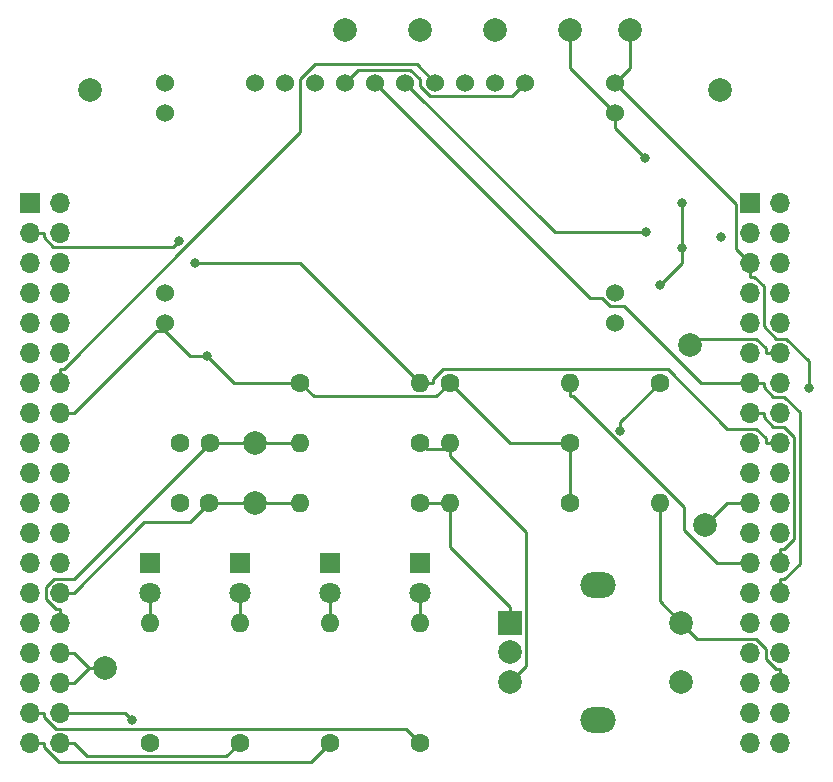
<source format=gtl>
G04 #@! TF.GenerationSoftware,KiCad,Pcbnew,5.1.5-52549c5~84~ubuntu16.04.1*
G04 #@! TF.CreationDate,2020-01-04T11:31:47+09:00*
G04 #@! TF.ProjectId,Akashi-01,416b6173-6869-42d3-9031-2e6b69636164,rev?*
G04 #@! TF.SameCoordinates,Original*
G04 #@! TF.FileFunction,Copper,L1,Top*
G04 #@! TF.FilePolarity,Positive*
%FSLAX46Y46*%
G04 Gerber Fmt 4.6, Leading zero omitted, Abs format (unit mm)*
G04 Created by KiCad (PCBNEW 5.1.5-52549c5~84~ubuntu16.04.1) date 2020-01-04 11:31:47*
%MOMM*%
%LPD*%
G04 APERTURE LIST*
%ADD10C,1.524000*%
%ADD11O,1.700000X1.700000*%
%ADD12R,1.700000X1.700000*%
%ADD13R,1.800000X1.800000*%
%ADD14C,1.800000*%
%ADD15C,1.600000*%
%ADD16O,1.600000X1.600000*%
%ADD17C,2.000000*%
%ADD18O,3.000000X2.200000*%
%ADD19R,2.000000X2.000000*%
%ADD20C,0.800000*%
%ADD21C,0.250000*%
G04 APERTURE END LIST*
D10*
X130810000Y-50800000D03*
X130810000Y-53340000D03*
X130810000Y-68580000D03*
X130810000Y-71120000D03*
X168910000Y-71120000D03*
X168910000Y-68580000D03*
X168910000Y-53340000D03*
X168910000Y-50800000D03*
X143510000Y-50800000D03*
X146050000Y-50800000D03*
X148590000Y-50800000D03*
X151130000Y-50800000D03*
X153670000Y-50800000D03*
X156210000Y-50800000D03*
X158750000Y-50800000D03*
X161290000Y-50800000D03*
X140970000Y-50800000D03*
X138430000Y-50800000D03*
D11*
X121920000Y-106680000D03*
X119380000Y-106680000D03*
X121920000Y-104140000D03*
X119380000Y-104140000D03*
X121920000Y-101600000D03*
X119380000Y-101600000D03*
X121920000Y-99060000D03*
X119380000Y-99060000D03*
X121920000Y-96520000D03*
X119380000Y-96520000D03*
X121920000Y-93980000D03*
X119380000Y-93980000D03*
X121920000Y-91440000D03*
X119380000Y-91440000D03*
X121920000Y-88900000D03*
X119380000Y-88900000D03*
X121920000Y-86360000D03*
X119380000Y-86360000D03*
X121920000Y-83820000D03*
X119380000Y-83820000D03*
X121920000Y-81280000D03*
X119380000Y-81280000D03*
X121920000Y-78740000D03*
X119380000Y-78740000D03*
X121920000Y-76200000D03*
X119380000Y-76200000D03*
X121920000Y-73660000D03*
X119380000Y-73660000D03*
X121920000Y-71120000D03*
X119380000Y-71120000D03*
X121920000Y-68580000D03*
X119380000Y-68580000D03*
X121920000Y-66040000D03*
X119380000Y-66040000D03*
X121920000Y-63500000D03*
X119380000Y-63500000D03*
X121920000Y-60960000D03*
D12*
X119380000Y-60960000D03*
X180340000Y-60960000D03*
D11*
X182880000Y-60960000D03*
X180340000Y-63500000D03*
X182880000Y-63500000D03*
X180340000Y-66040000D03*
X182880000Y-66040000D03*
X180340000Y-68580000D03*
X182880000Y-68580000D03*
X180340000Y-71120000D03*
X182880000Y-71120000D03*
X180340000Y-73660000D03*
X182880000Y-73660000D03*
X180340000Y-76200000D03*
X182880000Y-76200000D03*
X180340000Y-78740000D03*
X182880000Y-78740000D03*
X180340000Y-81280000D03*
X182880000Y-81280000D03*
X180340000Y-83820000D03*
X182880000Y-83820000D03*
X180340000Y-86360000D03*
X182880000Y-86360000D03*
X180340000Y-88900000D03*
X182880000Y-88900000D03*
X180340000Y-91440000D03*
X182880000Y-91440000D03*
X180340000Y-93980000D03*
X182880000Y-93980000D03*
X180340000Y-96520000D03*
X182880000Y-96520000D03*
X180340000Y-99060000D03*
X182880000Y-99060000D03*
X180340000Y-101600000D03*
X182880000Y-101600000D03*
X180340000Y-104140000D03*
X182880000Y-104140000D03*
X180340000Y-106680000D03*
X182880000Y-106680000D03*
D13*
X152400000Y-91440000D03*
D14*
X152400000Y-93980000D03*
X144780000Y-93980000D03*
D13*
X144780000Y-91440000D03*
X137160000Y-91440000D03*
D14*
X137160000Y-93980000D03*
X129540000Y-93980000D03*
D13*
X129540000Y-91440000D03*
D15*
X152400000Y-106680000D03*
D16*
X152400000Y-96520000D03*
X144780000Y-96520000D03*
D15*
X144780000Y-106680000D03*
X137160000Y-106680000D03*
D16*
X137160000Y-96520000D03*
X129540000Y-96520000D03*
D15*
X129540000Y-106680000D03*
D16*
X165100000Y-76200000D03*
D15*
X154940000Y-76200000D03*
D16*
X142240000Y-86360000D03*
D15*
X152400000Y-86360000D03*
X152400000Y-81280000D03*
D16*
X142240000Y-81280000D03*
D15*
X165100000Y-86360000D03*
D16*
X154940000Y-86360000D03*
D15*
X142240000Y-76200000D03*
D16*
X152400000Y-76200000D03*
X154940000Y-81280000D03*
D15*
X165100000Y-81280000D03*
X172720000Y-76200000D03*
D16*
X172720000Y-86360000D03*
D17*
X174520000Y-101520000D03*
X174520000Y-96520000D03*
D18*
X167520000Y-104720000D03*
X167520000Y-93320000D03*
D17*
X160020000Y-101520000D03*
X160020000Y-99020000D03*
D19*
X160020000Y-96520000D03*
D15*
X132080000Y-86360000D03*
X134580000Y-86360000D03*
X134620000Y-81280000D03*
X132120000Y-81280000D03*
D17*
X125730000Y-100330000D03*
X138430000Y-86360000D03*
X138430000Y-81280000D03*
X165100000Y-46355000D03*
X176530000Y-88265000D03*
X170180000Y-46355000D03*
X152400000Y-46355000D03*
X175260000Y-73025000D03*
X146050000Y-46355000D03*
X158750000Y-46355000D03*
X124460000Y-51435000D03*
X177800000Y-51435000D03*
D20*
X128027000Y-104757000D03*
X174625000Y-64770000D03*
X174625000Y-60960000D03*
X172720000Y-67945000D03*
X134345000Y-73912400D03*
X169363000Y-80278800D03*
X185314000Y-76604100D03*
X131986000Y-64222100D03*
X133350000Y-66040000D03*
X177924000Y-63883200D03*
X171450000Y-57150000D03*
X171516000Y-63471900D03*
D21*
X121920000Y-106680000D02*
X123095000Y-106680000D01*
X123095000Y-106680000D02*
X124236000Y-107821000D01*
X124236000Y-107821000D02*
X136019000Y-107821000D01*
X136019000Y-107821000D02*
X137160000Y-106680000D01*
X144780000Y-106680000D02*
X143160000Y-108300000D01*
X143160000Y-108300000D02*
X121808000Y-108300000D01*
X121808000Y-108300000D02*
X120555000Y-107047000D01*
X120555000Y-107047000D02*
X120555000Y-106680000D01*
X120555000Y-106680000D02*
X119380000Y-106680000D01*
X121920000Y-104140000D02*
X127410000Y-104140000D01*
X127410000Y-104140000D02*
X128027000Y-104757000D01*
X152400000Y-106680000D02*
X151225000Y-105505000D01*
X151225000Y-105505000D02*
X121553000Y-105505000D01*
X121553000Y-105505000D02*
X120555000Y-104507000D01*
X120555000Y-104507000D02*
X120555000Y-104140000D01*
X120555000Y-104140000D02*
X119380000Y-104140000D01*
X124365000Y-100330000D02*
X125730000Y-100330000D01*
X121920000Y-99060000D02*
X123095000Y-99060000D01*
X123095000Y-99060000D02*
X124365000Y-100330000D01*
X124365000Y-100330000D02*
X123095000Y-101600000D01*
X123095000Y-101600000D02*
X121920000Y-101600000D01*
X138430000Y-81280000D02*
X142240000Y-81280000D01*
X121920000Y-96520000D02*
X121920000Y-95344700D01*
X121920000Y-95344700D02*
X121553000Y-95344700D01*
X121553000Y-95344700D02*
X120745000Y-94536800D01*
X120745000Y-94536800D02*
X120745000Y-93454300D01*
X120745000Y-93454300D02*
X121394000Y-92804600D01*
X121394000Y-92804600D02*
X123095000Y-92804600D01*
X123095000Y-92804600D02*
X134620000Y-81280000D01*
X138430000Y-81280000D02*
X134620000Y-81280000D01*
X138430000Y-86360000D02*
X142240000Y-86360000D01*
X121920000Y-93980000D02*
X123095000Y-93980000D01*
X123095000Y-93980000D02*
X129073000Y-88002200D01*
X129073000Y-88002200D02*
X132938000Y-88002200D01*
X132938000Y-88002200D02*
X134580000Y-86360000D01*
X134580000Y-86360000D02*
X138430000Y-86360000D01*
X174625000Y-64770000D02*
X174625000Y-60960000D01*
X174625000Y-64770000D02*
X174625000Y-66040000D01*
X174625000Y-66040000D02*
X172720000Y-67945000D01*
X146050000Y-50800000D02*
X147153000Y-49697000D01*
X147153000Y-49697000D02*
X151597000Y-49697000D01*
X151597000Y-49697000D02*
X152400000Y-50500000D01*
X152400000Y-50500000D02*
X152400000Y-51083200D01*
X152400000Y-51083200D02*
X153234600Y-51917800D01*
X153234600Y-51917800D02*
X160172200Y-51917800D01*
X160172200Y-51917800D02*
X161290000Y-50800000D01*
X130810000Y-71815000D02*
X130810000Y-71120000D01*
X134345000Y-73912400D02*
X132907400Y-73912400D01*
X132907400Y-73912400D02*
X130810000Y-71815000D01*
X130810000Y-71815000D02*
X130020000Y-71815000D01*
X130020000Y-71815000D02*
X123095000Y-78740000D01*
X123095000Y-78740000D02*
X121920000Y-78740000D01*
X165100000Y-81280000D02*
X165100000Y-86360000D01*
X142240000Y-76200000D02*
X136632000Y-76200000D01*
X136632000Y-76200000D02*
X134345000Y-73912400D01*
X154940000Y-76200000D02*
X160020000Y-81280000D01*
X160020000Y-81280000D02*
X165100000Y-81280000D01*
X154940000Y-76200000D02*
X153781000Y-77359200D01*
X153781000Y-77359200D02*
X143399000Y-77359200D01*
X143399000Y-77359200D02*
X142240000Y-76200000D01*
X172720000Y-76200000D02*
X169363000Y-79556800D01*
X169363000Y-79556800D02*
X169363000Y-80278800D01*
X180340000Y-66040000D02*
X180340000Y-67215300D01*
X180340000Y-67215300D02*
X180707000Y-67215300D01*
X180707000Y-67215300D02*
X181515000Y-68023200D01*
X181515000Y-68023200D02*
X181515000Y-71426000D01*
X181515000Y-71426000D02*
X182574000Y-72484600D01*
X182574000Y-72484600D02*
X183407000Y-72484600D01*
X183407000Y-72484600D02*
X185314000Y-74391100D01*
X185314000Y-74391100D02*
X185314000Y-76604100D01*
X119380000Y-63500000D02*
X120555000Y-63500000D01*
X120555000Y-63500000D02*
X120555000Y-63867400D01*
X120555000Y-63867400D02*
X121363000Y-64675300D01*
X121363000Y-64675300D02*
X131532000Y-64675300D01*
X131532000Y-64675300D02*
X131986000Y-64222100D01*
X182880000Y-81280000D02*
X181705000Y-81280000D01*
X181705000Y-81280000D02*
X181705000Y-80912600D01*
X181705000Y-80912600D02*
X180897000Y-80104700D01*
X180897000Y-80104700D02*
X178438000Y-80104700D01*
X178438000Y-80104700D02*
X173408000Y-75074700D01*
X173408000Y-75074700D02*
X154369000Y-75074700D01*
X154369000Y-75074700D02*
X153525000Y-75918600D01*
X153525000Y-75918600D02*
X153525000Y-76200000D01*
X153525000Y-76200000D02*
X152400000Y-76200000D01*
X179164999Y-61054999D02*
X179164999Y-64864999D01*
X169228205Y-51118205D02*
X179164999Y-61054999D01*
X179164999Y-64864999D02*
X180340000Y-66040000D01*
X169096400Y-51250010D02*
X169228205Y-51118205D01*
X170180000Y-49530000D02*
X168910000Y-50800000D01*
X170180000Y-46355000D02*
X170180000Y-49530000D01*
X152400000Y-76200000D02*
X142240000Y-66040000D01*
X133915685Y-66040000D02*
X133350000Y-66040000D01*
X142240000Y-66040000D02*
X133915685Y-66040000D01*
X168910000Y-53340000D02*
X168910000Y-53802100D01*
X165100000Y-76200000D02*
X165100000Y-77325300D01*
X165100000Y-77325300D02*
X165381000Y-77325300D01*
X165381000Y-77325300D02*
X174783000Y-86726700D01*
X174783000Y-86726700D02*
X174783000Y-88675100D01*
X174783000Y-88675100D02*
X177548000Y-91440000D01*
X177548000Y-91440000D02*
X180340000Y-91440000D01*
X168910000Y-53340000D02*
X168910000Y-54610000D01*
X168910000Y-54610000D02*
X171450000Y-57150000D01*
X165100000Y-49530000D02*
X165100000Y-46355000D01*
X168910000Y-53340000D02*
X165100000Y-49530000D01*
X171516000Y-63471900D02*
X163801900Y-63471900D01*
X163801900Y-63471900D02*
X151130000Y-50800000D01*
X182880000Y-73660000D02*
X181705000Y-73660000D01*
X181705000Y-73660000D02*
X181705000Y-73292600D01*
X181705000Y-73292600D02*
X180897000Y-72484700D01*
X180897000Y-72484700D02*
X175800000Y-72484700D01*
X175800000Y-72484700D02*
X175260000Y-73025000D01*
X148590000Y-50800000D02*
X166820300Y-69030300D01*
X166820300Y-69030300D02*
X167822700Y-69030300D01*
X167822700Y-69030300D02*
X167822700Y-69030400D01*
X167822700Y-69030400D02*
X168482900Y-69690600D01*
X168482900Y-69690600D02*
X169653600Y-69690600D01*
X169653600Y-69690600D02*
X170508000Y-70545000D01*
X170508000Y-70545000D02*
X176163000Y-76200000D01*
X176163000Y-76200000D02*
X180340000Y-76200000D01*
X182880000Y-93980000D02*
X182880000Y-92804700D01*
X182880000Y-92804700D02*
X183247000Y-92804700D01*
X183247000Y-92804700D02*
X184548000Y-91503800D01*
X184548000Y-91503800D02*
X184548000Y-78701600D01*
X184548000Y-78701600D02*
X183222000Y-77375300D01*
X183222000Y-77375300D02*
X182323000Y-77375300D01*
X182323000Y-77375300D02*
X181515000Y-76567400D01*
X181515000Y-76567400D02*
X181515000Y-76200000D01*
X181515000Y-76200000D02*
X180340000Y-76200000D01*
X182880000Y-91440000D02*
X182880000Y-90264700D01*
X182880000Y-90264700D02*
X183247000Y-90264700D01*
X183247000Y-90264700D02*
X184098000Y-89414100D01*
X184098000Y-89414100D02*
X184098000Y-80801600D01*
X184098000Y-80801600D02*
X183212000Y-79915300D01*
X183212000Y-79915300D02*
X182323000Y-79915300D01*
X182323000Y-79915300D02*
X181515000Y-79107400D01*
X181515000Y-79107400D02*
X181515000Y-78740000D01*
X181515000Y-78740000D02*
X180340000Y-78740000D01*
X180340000Y-86360000D02*
X178435000Y-86360000D01*
X178435000Y-86360000D02*
X176530000Y-88265000D01*
X182880000Y-101600000D02*
X182880000Y-100425000D01*
X182880000Y-100425000D02*
X182513000Y-100425000D01*
X182513000Y-100425000D02*
X181705000Y-99616800D01*
X181705000Y-99616800D02*
X181705000Y-98723700D01*
X181705000Y-98723700D02*
X180866000Y-97884600D01*
X180866000Y-97884600D02*
X175885000Y-97884600D01*
X175885000Y-97884600D02*
X174520000Y-96520000D01*
X174520000Y-96520000D02*
X172720000Y-94720000D01*
X172720000Y-94720000D02*
X172720000Y-86360000D01*
X152400000Y-96520000D02*
X152400000Y-93980000D01*
X144780000Y-96520000D02*
X144780000Y-93980000D01*
X137160000Y-96520000D02*
X137160000Y-93980000D01*
X129540000Y-96520000D02*
X129540000Y-93980000D01*
X152400000Y-86360000D02*
X154940000Y-86360000D01*
X160020000Y-96520000D02*
X160020000Y-95194700D01*
X160020000Y-95194700D02*
X154940000Y-90114700D01*
X154940000Y-90114700D02*
X154940000Y-86360000D01*
X160020000Y-101520000D02*
X161345000Y-100195000D01*
X161345000Y-100195000D02*
X161345000Y-88810700D01*
X161345000Y-88810700D02*
X154940000Y-82405300D01*
X154940000Y-82405300D02*
X154940000Y-81842600D01*
X154940000Y-81280000D02*
X154940000Y-81842600D01*
X154940000Y-81842600D02*
X152963000Y-81842600D01*
X152963000Y-81842600D02*
X152400000Y-81280000D01*
X133036000Y-64180200D02*
X142240000Y-54976200D01*
X142240000Y-54976200D02*
X142240000Y-50520100D01*
X142240000Y-50520100D02*
X143513500Y-49246600D01*
X143513500Y-49246600D02*
X152116600Y-49246600D01*
X152116600Y-49246600D02*
X153670000Y-50800000D01*
X133036000Y-64180200D02*
X133036000Y-64133200D01*
X121920000Y-76200000D02*
X121920000Y-75024700D01*
X121920000Y-75024700D02*
X122238000Y-75024700D01*
X122238000Y-75024700D02*
X133036000Y-64227300D01*
X133036000Y-64227300D02*
X133036000Y-64180200D01*
M02*

</source>
